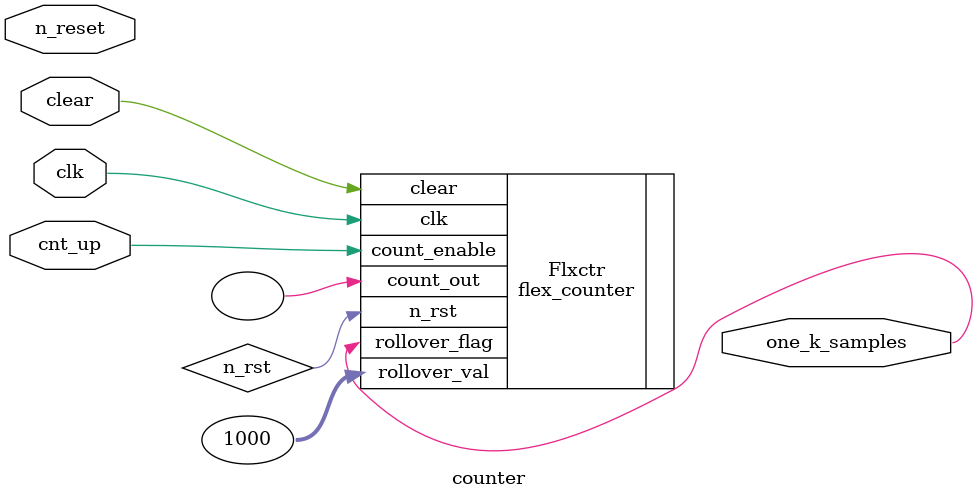
<source format=sv>

module counter
  (
   input wire clk,
   input wire n_reset,
   input wire cnt_up,
   input wire clear,
   output wire one_k_samples
   );

   flex_counter #(.NUM_CNT_BITS(10)) Flxctr(.clk(clk),.n_rst(n_rst),.clear(clear),.count_enable(cnt_up),.rollover_val(1000),.count_out(),.rollover_flag(one_k_samples));

endmodule
</source>
